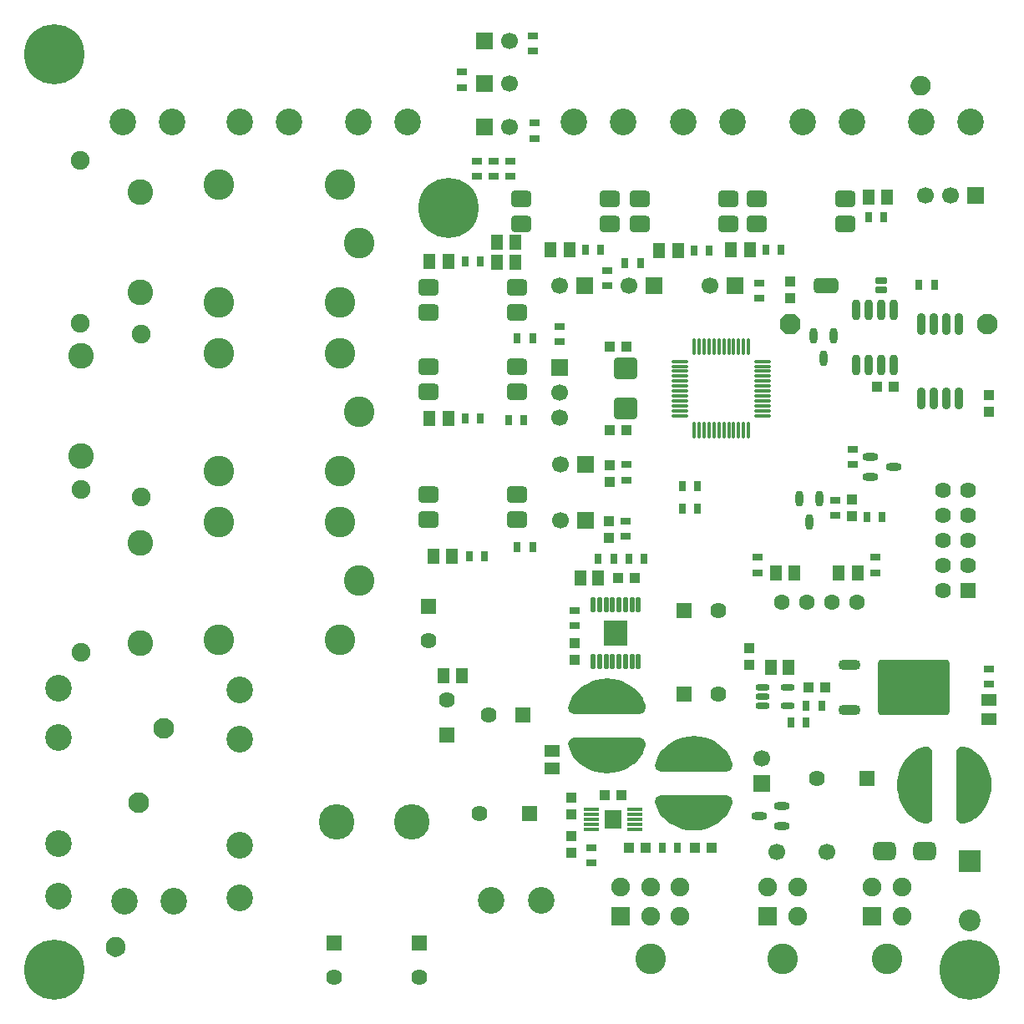
<source format=gts>
G04*
G04 #@! TF.GenerationSoftware,Altium Limited,Altium Designer,19.1.9 (167)*
G04*
G04 Layer_Color=8388736*
%FSLAX24Y24*%
%MOIN*%
G70*
G01*
G75*
%ADD40R,0.0315X0.0394*%
%ADD41R,0.0394X0.0315*%
%ADD42R,0.0394X0.0433*%
%ADD43R,0.0453X0.0591*%
%ADD44O,0.0320X0.0630*%
%ADD45R,0.0433X0.0394*%
G04:AMPARAMS|DCode=46|XSize=94.5mil|YSize=86.6mil|CornerRadius=14.4mil|HoleSize=0mil|Usage=FLASHONLY|Rotation=0.000|XOffset=0mil|YOffset=0mil|HoleType=Round|Shape=RoundedRectangle|*
%AMROUNDEDRECTD46*
21,1,0.0945,0.0579,0,0,0.0*
21,1,0.0657,0.0866,0,0,0.0*
1,1,0.0287,0.0329,-0.0289*
1,1,0.0287,-0.0329,-0.0289*
1,1,0.0287,-0.0329,0.0289*
1,1,0.0287,0.0329,0.0289*
%
%ADD46ROUNDEDRECTD46*%
%ADD47O,0.0669X0.0157*%
%ADD48O,0.0157X0.0669*%
%ADD49R,0.0492X0.0610*%
%ADD50R,0.0945X0.1004*%
%ADD51O,0.0217X0.0630*%
%ADD52O,0.0630X0.0320*%
G04:AMPARAMS|DCode=53|XSize=90.6mil|YSize=72.8mil|CornerRadius=19.2mil|HoleSize=0mil|Usage=FLASHONLY|Rotation=0.000|XOffset=0mil|YOffset=0mil|HoleType=Round|Shape=RoundedRectangle|*
%AMROUNDEDRECTD53*
21,1,0.0906,0.0344,0,0,0.0*
21,1,0.0522,0.0728,0,0,0.0*
1,1,0.0384,0.0261,-0.0172*
1,1,0.0384,-0.0261,-0.0172*
1,1,0.0384,-0.0261,0.0172*
1,1,0.0384,0.0261,0.0172*
%
%ADD53ROUNDEDRECTD53*%
%ADD54R,0.0433X0.0433*%
%ADD55O,0.0335X0.0839*%
G04:AMPARAMS|DCode=56|XSize=98.4mil|YSize=63mil|CornerRadius=16.7mil|HoleSize=0mil|Usage=FLASHONLY|Rotation=180.000|XOffset=0mil|YOffset=0mil|HoleType=Round|Shape=RoundedRectangle|*
%AMROUNDEDRECTD56*
21,1,0.0984,0.0295,0,0,180.0*
21,1,0.0650,0.0630,0,0,180.0*
1,1,0.0335,-0.0325,0.0148*
1,1,0.0335,0.0325,0.0148*
1,1,0.0335,0.0325,-0.0148*
1,1,0.0335,-0.0325,-0.0148*
%
%ADD56ROUNDEDRECTD56*%
G04:AMPARAMS|DCode=57|XSize=47.2mil|YSize=27.6mil|CornerRadius=7.9mil|HoleSize=0mil|Usage=FLASHONLY|Rotation=180.000|XOffset=0mil|YOffset=0mil|HoleType=Round|Shape=RoundedRectangle|*
%AMROUNDEDRECTD57*
21,1,0.0472,0.0118,0,0,180.0*
21,1,0.0315,0.0276,0,0,180.0*
1,1,0.0157,-0.0157,0.0059*
1,1,0.0157,0.0157,0.0059*
1,1,0.0157,0.0157,-0.0059*
1,1,0.0157,-0.0157,-0.0059*
%
%ADD57ROUNDEDRECTD57*%
%ADD58R,0.0610X0.0492*%
%ADD59O,0.0571X0.0276*%
%ADD60R,0.0591X0.0453*%
%ADD61O,0.0610X0.0157*%
%ADD62R,0.0650X0.0768*%
G04:AMPARAMS|DCode=63|XSize=82.7mil|YSize=66.9mil|CornerRadius=17.7mil|HoleSize=0mil|Usage=FLASHONLY|Rotation=180.000|XOffset=0mil|YOffset=0mil|HoleType=Round|Shape=RoundedRectangle|*
%AMROUNDEDRECTD63*
21,1,0.0827,0.0315,0,0,180.0*
21,1,0.0472,0.0669,0,0,180.0*
1,1,0.0354,-0.0236,0.0157*
1,1,0.0354,0.0236,0.0157*
1,1,0.0354,0.0236,-0.0157*
1,1,0.0354,-0.0236,-0.0157*
%
%ADD63ROUNDEDRECTD63*%
%ADD64O,0.0335X0.0889*%
%ADD65O,0.0886X0.0433*%
G04:AMPARAMS|DCode=66|XSize=283.5mil|YSize=222.4mil|CornerRadius=12.9mil|HoleSize=0mil|Usage=FLASHONLY|Rotation=0.000|XOffset=0mil|YOffset=0mil|HoleType=Round|Shape=RoundedRectangle|*
%AMROUNDEDRECTD66*
21,1,0.2835,0.1967,0,0,0.0*
21,1,0.2577,0.2224,0,0,0.0*
1,1,0.0258,0.1288,-0.0983*
1,1,0.0258,-0.1288,-0.0983*
1,1,0.0258,-0.1288,0.0983*
1,1,0.0258,0.1288,0.0983*
%
%ADD66ROUNDEDRECTD66*%
%ADD67R,0.0433X0.0433*%
%ADD68C,0.0512*%
%ADD69C,0.0827*%
%ADD70C,0.0748*%
%ADD71C,0.1024*%
%ADD72P,0.0895X8X202.5*%
%ADD73C,0.0669*%
%ADD74R,0.0669X0.0669*%
%ADD75R,0.0669X0.0669*%
%ADD76C,0.0639*%
%ADD77R,0.0639X0.0639*%
%ADD78R,0.0639X0.0639*%
%ADD79C,0.0630*%
%ADD80C,0.1417*%
%ADD81R,0.0866X0.0866*%
%ADD82C,0.0866*%
%ADD83R,0.0748X0.0748*%
%ADD84C,0.1220*%
%ADD85C,0.1063*%
%ADD86C,0.2402*%
G36*
X44827Y39242D02*
X44923Y39202D01*
X45005Y39139D01*
X45068Y39057D01*
X45108Y38961D01*
X45122Y38858D01*
X45108Y38755D01*
X45068Y38660D01*
X45005Y38577D01*
X44923Y38514D01*
X44827Y38475D01*
X44724Y38461D01*
X44622Y38475D01*
X44526Y38514D01*
X44444Y38577D01*
X44381Y38660D01*
X44341Y38755D01*
X44327Y38858D01*
X44341Y38961D01*
X44381Y39057D01*
X44444Y39139D01*
X44526Y39202D01*
X44622Y39242D01*
X44724Y39255D01*
X44827Y39242D01*
D02*
G37*
G36*
X32430Y15178D02*
X32433Y15177D01*
X32436Y15177D01*
X32654Y15133D01*
X32657Y15131D01*
X32660Y15131D01*
X32870Y15059D01*
X32872Y15057D01*
X32875Y15056D01*
X33074Y14956D01*
X33076Y14954D01*
X33079Y14953D01*
X33263Y14827D01*
X33265Y14825D01*
X33268Y14824D01*
X33433Y14675D01*
X33434Y14673D01*
X33436Y14673D01*
X33438Y14671D01*
X33439Y14669D01*
X33440Y14668D01*
X33545Y14541D01*
X33546Y14538D01*
X33549Y14536D01*
X33634Y14395D01*
X33634Y14391D01*
X33637Y14388D01*
X33698Y14236D01*
X33698Y14234D01*
X33699Y14232D01*
X33741Y14098D01*
X33740Y14094D01*
X33743Y14090D01*
X33751Y14018D01*
X33749Y14010D01*
X33750Y14001D01*
X33731Y13930D01*
X33726Y13924D01*
X33724Y13916D01*
X33681Y13857D01*
X33674Y13852D01*
X33669Y13846D01*
X33607Y13807D01*
X33599Y13805D01*
X33592Y13801D01*
X33520Y13787D01*
X33515Y13788D01*
X33512Y13786D01*
X30906D01*
X30902Y13788D01*
X30898Y13787D01*
X30823Y13801D01*
X30817Y13806D01*
X30808Y13807D01*
X30745Y13847D01*
X30740Y13854D01*
X30733Y13858D01*
X30688Y13919D01*
X30686Y13927D01*
X30681Y13934D01*
X30662Y14007D01*
X30663Y14015D01*
X30660Y14023D01*
X30669Y14098D01*
X30671Y14102D01*
X30671Y14106D01*
X30711Y14236D01*
X30713Y14237D01*
X30713Y14239D01*
X30773Y14390D01*
X30776Y14392D01*
X30776Y14396D01*
X30859Y14535D01*
X30862Y14537D01*
X30863Y14541D01*
X30967Y14666D01*
X30969Y14667D01*
X30969Y14668D01*
X30974Y14673D01*
X30975Y14674D01*
X30976Y14675D01*
X31142Y14824D01*
X31144Y14825D01*
X31146Y14827D01*
X31330Y14953D01*
X31333Y14954D01*
X31335Y14956D01*
X31534Y15056D01*
X31537Y15057D01*
X31539Y15059D01*
X31750Y15131D01*
X31753Y15131D01*
X31755Y15133D01*
X31974Y15177D01*
X31977Y15177D01*
X31980Y15178D01*
X32202Y15193D01*
X32205Y15192D01*
X32208Y15193D01*
X32430Y15178D01*
D02*
G37*
G36*
X35894Y12881D02*
X35897Y12880D01*
X35900Y12881D01*
X36119Y12836D01*
X36121Y12835D01*
X36124Y12835D01*
X36335Y12762D01*
X36337Y12760D01*
X36340Y12760D01*
X36539Y12660D01*
X36541Y12657D01*
X36544Y12657D01*
X36728Y12531D01*
X36730Y12528D01*
X36732Y12527D01*
X36898Y12378D01*
X36899Y12377D01*
X36900Y12376D01*
X36902Y12374D01*
X36903Y12372D01*
X36905Y12372D01*
X37010Y12245D01*
X37011Y12242D01*
X37014Y12239D01*
X37098Y12098D01*
X37099Y12095D01*
X37101Y12092D01*
X37162Y11939D01*
X37162Y11937D01*
X37164Y11936D01*
X37205Y11802D01*
X37205Y11798D01*
X37207Y11794D01*
X37216Y11721D01*
X37213Y11713D01*
X37214Y11705D01*
X37196Y11634D01*
X37191Y11627D01*
X37189Y11619D01*
X37145Y11560D01*
X37138Y11556D01*
X37133Y11549D01*
X37071Y11510D01*
X37063Y11509D01*
X37056Y11504D01*
X36984Y11491D01*
X36980Y11491D01*
X36976Y11490D01*
X34370D01*
X34366Y11491D01*
X34362Y11491D01*
X34288Y11505D01*
X34281Y11509D01*
X34273Y11511D01*
X34209Y11551D01*
X34204Y11558D01*
X34197Y11562D01*
X34153Y11623D01*
X34151Y11631D01*
X34146Y11637D01*
X34126Y11710D01*
X34127Y11719D01*
X34125Y11726D01*
X34134Y11802D01*
X34136Y11805D01*
X34135Y11809D01*
X34176Y11939D01*
X34177Y11940D01*
X34177Y11942D01*
X34238Y12093D01*
X34240Y12096D01*
X34241Y12099D01*
X34324Y12239D01*
X34327Y12241D01*
X34328Y12244D01*
X34432Y12369D01*
X34433Y12370D01*
X34434Y12372D01*
X34438Y12376D01*
X34440Y12377D01*
X34441Y12378D01*
X34606Y12527D01*
X34609Y12528D01*
X34611Y12531D01*
X34795Y12657D01*
X34798Y12657D01*
X34800Y12660D01*
X34999Y12760D01*
X35002Y12760D01*
X35004Y12762D01*
X35214Y12835D01*
X35218Y12835D01*
X35220Y12836D01*
X35438Y12881D01*
X35441Y12880D01*
X35444Y12881D01*
X35666Y12896D01*
X35669Y12895D01*
X35672Y12896D01*
X35894Y12881D01*
D02*
G37*
G36*
X33508Y12826D02*
X33512Y12827D01*
X33586Y12813D01*
X33593Y12809D01*
X33601Y12807D01*
X33665Y12767D01*
X33670Y12760D01*
X33677Y12756D01*
X33722Y12695D01*
X33723Y12687D01*
X33728Y12680D01*
X33748Y12607D01*
X33747Y12599D01*
X33749Y12591D01*
X33740Y12516D01*
X33738Y12512D01*
X33739Y12508D01*
X33698Y12379D01*
X33697Y12377D01*
X33697Y12375D01*
X33636Y12225D01*
X33634Y12222D01*
X33633Y12219D01*
X33550Y12079D01*
X33547Y12077D01*
X33546Y12073D01*
X33442Y11948D01*
X33441Y11948D01*
X33440Y11946D01*
X33436Y11941D01*
X33434Y11941D01*
X33433Y11939D01*
X33268Y11790D01*
X33265Y11789D01*
X33263Y11787D01*
X33079Y11661D01*
X33076Y11660D01*
X33074Y11658D01*
X32875Y11558D01*
X32872Y11558D01*
X32870Y11556D01*
X32660Y11483D01*
X32657Y11483D01*
X32654Y11481D01*
X32436Y11437D01*
X32433Y11438D01*
X32430Y11436D01*
X32208Y11421D01*
X32205Y11422D01*
X32202Y11421D01*
X31980Y11436D01*
X31977Y11438D01*
X31974Y11437D01*
X31755Y11481D01*
X31753Y11483D01*
X31750Y11483D01*
X31539Y11556D01*
X31537Y11558D01*
X31534Y11558D01*
X31335Y11658D01*
X31333Y11660D01*
X31330Y11661D01*
X31146Y11787D01*
X31144Y11789D01*
X31142Y11790D01*
X30976Y11939D01*
X30975Y11941D01*
X30974Y11941D01*
X30972Y11944D01*
X30971Y11945D01*
X30969Y11946D01*
X30864Y12073D01*
X30863Y12076D01*
X30860Y12078D01*
X30776Y12220D01*
X30775Y12223D01*
X30773Y12226D01*
X30712Y12378D01*
X30712Y12380D01*
X30710Y12382D01*
X30669Y12516D01*
X30669Y12520D01*
X30667Y12524D01*
X30658Y12597D01*
X30661Y12605D01*
X30660Y12613D01*
X30678Y12684D01*
X30683Y12690D01*
X30685Y12698D01*
X30729Y12757D01*
X30736Y12762D01*
X30741Y12768D01*
X30803Y12808D01*
X30811Y12809D01*
X30818Y12814D01*
X30890Y12827D01*
X30894Y12826D01*
X30898Y12828D01*
X33504D01*
X33508Y12826D01*
D02*
G37*
G36*
X46460Y12480D02*
X46464Y12478D01*
X46468Y12479D01*
X46598Y12438D01*
X46599Y12437D01*
X46601Y12437D01*
X46752Y12377D01*
X46754Y12374D01*
X46758Y12374D01*
X46897Y12290D01*
X46900Y12287D01*
X46903Y12286D01*
X47028Y12182D01*
X47029Y12181D01*
X47030Y12180D01*
X47035Y12176D01*
X47036Y12174D01*
X47037Y12174D01*
X47186Y12008D01*
X47187Y12005D01*
X47190Y12003D01*
X47315Y11820D01*
X47316Y11817D01*
X47318Y11815D01*
X47418Y11616D01*
X47419Y11613D01*
X47421Y11610D01*
X47494Y11400D01*
X47493Y11397D01*
X47495Y11394D01*
X47539Y11176D01*
X47539Y11173D01*
X47540Y11170D01*
X47555Y10948D01*
X47554Y10945D01*
X47555Y10942D01*
X47540Y10720D01*
X47539Y10717D01*
X47539Y10714D01*
X47495Y10496D01*
X47493Y10493D01*
X47494Y10490D01*
X47421Y10279D01*
X47419Y10277D01*
X47418Y10274D01*
X47318Y10075D01*
X47316Y10073D01*
X47315Y10070D01*
X47190Y9886D01*
X47187Y9885D01*
X47186Y9882D01*
X47037Y9716D01*
X47036Y9715D01*
X47035Y9714D01*
X47033Y9712D01*
X47031Y9711D01*
X47030Y9710D01*
X46904Y9604D01*
X46900Y9603D01*
X46898Y9600D01*
X46757Y9516D01*
X46753Y9516D01*
X46751Y9513D01*
X46598Y9452D01*
X46596Y9452D01*
X46595Y9451D01*
X46461Y9409D01*
X46456Y9409D01*
X46453Y9407D01*
X46380Y9399D01*
X46372Y9401D01*
X46364Y9400D01*
X46293Y9418D01*
X46286Y9423D01*
X46278Y9425D01*
X46219Y9469D01*
X46215Y9476D01*
X46208Y9481D01*
X46169Y9543D01*
X46167Y9551D01*
X46163Y9558D01*
X46149Y9630D01*
X46150Y9634D01*
X46148Y9638D01*
Y12244D01*
X46150Y12248D01*
X46149Y12252D01*
X46163Y12326D01*
X46168Y12333D01*
X46169Y12341D01*
X46210Y12405D01*
X46216Y12410D01*
X46220Y12417D01*
X46281Y12462D01*
X46289Y12464D01*
X46296Y12469D01*
X46369Y12488D01*
X46377Y12487D01*
X46385Y12489D01*
X46460Y12480D01*
D02*
G37*
G36*
X44967Y12489D02*
X44975Y12490D01*
X45046Y12471D01*
X45052Y12466D01*
X45060Y12464D01*
X45120Y12421D01*
X45124Y12414D01*
X45131Y12409D01*
X45170Y12347D01*
X45171Y12339D01*
X45176Y12332D01*
X45189Y12260D01*
X45189Y12256D01*
X45190Y12252D01*
Y9646D01*
X45189Y9642D01*
X45189Y9638D01*
X45175Y9564D01*
X45171Y9557D01*
X45169Y9549D01*
X45129Y9485D01*
X45122Y9480D01*
X45118Y9473D01*
X45057Y9428D01*
X45049Y9426D01*
X45043Y9421D01*
X44970Y9402D01*
X44961Y9403D01*
X44953Y9401D01*
X44878Y9409D01*
X44875Y9411D01*
X44870Y9411D01*
X44741Y9452D01*
X44739Y9453D01*
X44738Y9453D01*
X44587Y9513D01*
X44584Y9516D01*
X44581Y9516D01*
X44441Y9599D01*
X44439Y9602D01*
X44436Y9603D01*
X44311Y9707D01*
X44310Y9709D01*
X44308Y9710D01*
X44303Y9714D01*
X44303Y9715D01*
X44301Y9716D01*
X44152Y9882D01*
X44151Y9885D01*
X44149Y9886D01*
X44023Y10070D01*
X44023Y10073D01*
X44020Y10075D01*
X43920Y10274D01*
X43920Y10277D01*
X43918Y10280D01*
X43845Y10490D01*
X43845Y10493D01*
X43843Y10496D01*
X43799Y10714D01*
X43800Y10717D01*
X43798Y10720D01*
X43784Y10942D01*
X43785Y10945D01*
X43784Y10948D01*
X43798Y11170D01*
X43800Y11173D01*
X43799Y11176D01*
X43843Y11394D01*
X43845Y11397D01*
X43845Y11400D01*
X43918Y11610D01*
X43920Y11613D01*
X43920Y11616D01*
X44020Y11815D01*
X44023Y11817D01*
X44023Y11820D01*
X44149Y12004D01*
X44151Y12005D01*
X44152Y12008D01*
X44301Y12174D01*
X44303Y12174D01*
X44303Y12176D01*
X44306Y12178D01*
X44308Y12179D01*
X44308Y12180D01*
X44435Y12285D01*
X44438Y12287D01*
X44440Y12289D01*
X44582Y12374D01*
X44585Y12374D01*
X44588Y12377D01*
X44741Y12438D01*
X44743Y12438D01*
X44744Y12439D01*
X44878Y12481D01*
X44882Y12481D01*
X44886Y12483D01*
X44959Y12491D01*
X44967Y12489D01*
D02*
G37*
G36*
X36972Y10530D02*
X36976Y10531D01*
X37051Y10517D01*
X37057Y10512D01*
X37066Y10511D01*
X37130Y10470D01*
X37134Y10464D01*
X37141Y10459D01*
X37186Y10398D01*
X37188Y10390D01*
X37193Y10384D01*
X37212Y10311D01*
X37211Y10303D01*
X37214Y10295D01*
X37205Y10220D01*
X37203Y10216D01*
X37203Y10212D01*
X37163Y10082D01*
X37161Y10081D01*
X37161Y10079D01*
X37101Y9928D01*
X37098Y9926D01*
X37098Y9922D01*
X37015Y9782D01*
X37012Y9780D01*
X37011Y9777D01*
X36907Y9652D01*
X36905Y9651D01*
X36905Y9649D01*
X36900Y9645D01*
X36899Y9644D01*
X36898Y9643D01*
X36732Y9494D01*
X36730Y9493D01*
X36728Y9490D01*
X36544Y9365D01*
X36541Y9364D01*
X36539Y9362D01*
X36340Y9261D01*
X36337Y9261D01*
X36335Y9259D01*
X36124Y9186D01*
X36121Y9187D01*
X36119Y9185D01*
X35900Y9141D01*
X35897Y9141D01*
X35894Y9140D01*
X35672Y9125D01*
X35669Y9126D01*
X35666Y9125D01*
X35444Y9140D01*
X35441Y9141D01*
X35438Y9141D01*
X35220Y9185D01*
X35217Y9187D01*
X35214Y9186D01*
X35004Y9259D01*
X35002Y9261D01*
X34999Y9261D01*
X34800Y9362D01*
X34798Y9364D01*
X34795Y9365D01*
X34611Y9490D01*
X34609Y9493D01*
X34606Y9494D01*
X34441Y9643D01*
X34440Y9644D01*
X34438Y9645D01*
X34436Y9647D01*
X34436Y9649D01*
X34434Y9650D01*
X34329Y9776D01*
X34328Y9780D01*
X34325Y9782D01*
X34240Y9923D01*
X34240Y9927D01*
X34237Y9929D01*
X34176Y10082D01*
X34176Y10084D01*
X34175Y10085D01*
X34133Y10219D01*
X34134Y10224D01*
X34131Y10227D01*
X34123Y10300D01*
X34125Y10308D01*
X34124Y10316D01*
X34143Y10387D01*
X34148Y10394D01*
X34150Y10402D01*
X34193Y10461D01*
X34200Y10465D01*
X34205Y10472D01*
X34267Y10511D01*
X34275Y10513D01*
X34282Y10517D01*
X34354Y10531D01*
X34359Y10530D01*
X34362Y10531D01*
X36968D01*
X36972Y10530D01*
D02*
G37*
G36*
X12701Y4872D02*
X12797Y4832D01*
X12879Y4769D01*
X12942Y4687D01*
X12982Y4591D01*
X12996Y4488D01*
X12982Y4385D01*
X12942Y4290D01*
X12879Y4207D01*
X12797Y4144D01*
X12701Y4105D01*
X12598Y4091D01*
X12496Y4105D01*
X12400Y4144D01*
X12318Y4207D01*
X12255Y4290D01*
X12215Y4385D01*
X12201Y4488D01*
X12215Y4591D01*
X12255Y4687D01*
X12318Y4769D01*
X12400Y4832D01*
X12496Y4872D01*
X12598Y4885D01*
X12701Y4872D01*
D02*
G37*
D40*
X45266Y30906D02*
D03*
X44656D02*
D03*
X33533Y31772D02*
D03*
X32923D02*
D03*
X35817Y22874D02*
D03*
X35207D02*
D03*
X35817Y21969D02*
D03*
X35207D02*
D03*
X43258Y33622D02*
D03*
X42648D02*
D03*
X43179Y21654D02*
D03*
X42569D02*
D03*
X33071Y19961D02*
D03*
X33681D02*
D03*
X31860D02*
D03*
X32470D02*
D03*
X34420Y8425D02*
D03*
X35030D02*
D03*
X40767Y14094D02*
D03*
X40157D02*
D03*
X40147Y13425D02*
D03*
X39537D02*
D03*
X29242Y28780D02*
D03*
X28632D02*
D03*
X28888Y25512D02*
D03*
X28278D02*
D03*
X28632Y20433D02*
D03*
X29242D02*
D03*
X39163Y32323D02*
D03*
X38553D02*
D03*
X31958D02*
D03*
X31348D02*
D03*
X36289Y32283D02*
D03*
X35679D02*
D03*
X27313Y20079D02*
D03*
X26703D02*
D03*
X27155Y25591D02*
D03*
X26545D02*
D03*
X27155Y31850D02*
D03*
X26545D02*
D03*
D41*
X30315Y28632D02*
D03*
Y29242D02*
D03*
X38268Y30364D02*
D03*
Y30974D02*
D03*
X32205Y31486D02*
D03*
Y30876D02*
D03*
X32992Y23730D02*
D03*
Y23120D02*
D03*
X41299Y21703D02*
D03*
Y22313D02*
D03*
X32953Y21486D02*
D03*
Y20876D02*
D03*
X42913Y20029D02*
D03*
Y19419D02*
D03*
X38228Y20029D02*
D03*
Y19419D02*
D03*
X30906Y17903D02*
D03*
Y17293D02*
D03*
X42010Y23738D02*
D03*
Y24348D02*
D03*
X47441Y15580D02*
D03*
Y14970D02*
D03*
X31575Y8454D02*
D03*
Y7844D02*
D03*
X28346Y35246D02*
D03*
Y35856D02*
D03*
X29331Y36752D02*
D03*
Y37362D02*
D03*
X27008Y35246D02*
D03*
Y35856D02*
D03*
X27677Y35246D02*
D03*
Y35856D02*
D03*
X26417Y39399D02*
D03*
Y38789D02*
D03*
X29252Y40246D02*
D03*
Y40856D02*
D03*
D42*
X32323Y23051D02*
D03*
Y23720D02*
D03*
X41968Y22343D02*
D03*
Y21673D02*
D03*
X32283Y20807D02*
D03*
Y21476D02*
D03*
X37874Y15728D02*
D03*
Y16398D02*
D03*
X30906Y15925D02*
D03*
Y16594D02*
D03*
X39528Y31043D02*
D03*
Y30374D02*
D03*
X30787Y8917D02*
D03*
Y8248D02*
D03*
Y9783D02*
D03*
Y10453D02*
D03*
X47441Y25827D02*
D03*
Y26496D02*
D03*
D43*
X26417Y15315D02*
D03*
X25669D02*
D03*
X43386Y34409D02*
D03*
X42638D02*
D03*
X41457Y19409D02*
D03*
X42205D02*
D03*
X39685Y19410D02*
D03*
X38937D02*
D03*
X25866Y25591D02*
D03*
X25118D02*
D03*
X28563Y32598D02*
D03*
X27815D02*
D03*
X28563Y31811D02*
D03*
X27815D02*
D03*
X37165Y32323D02*
D03*
X37913D02*
D03*
X29961D02*
D03*
X30709D02*
D03*
X34291Y32283D02*
D03*
X35039D02*
D03*
X25276Y20079D02*
D03*
X26024D02*
D03*
X25118Y31850D02*
D03*
X25866D02*
D03*
D44*
X39876Y22367D02*
D03*
X40676D02*
D03*
X40276Y21457D02*
D03*
X40840Y27973D02*
D03*
X40440Y28883D02*
D03*
X41240D02*
D03*
D45*
X32303Y25118D02*
D03*
X32972D02*
D03*
X32303Y28425D02*
D03*
X32972D02*
D03*
X32106Y10551D02*
D03*
X32776D02*
D03*
X42972Y26850D02*
D03*
X43642D02*
D03*
X33327Y19213D02*
D03*
X32657D02*
D03*
X33740Y8425D02*
D03*
X33071D02*
D03*
X35728D02*
D03*
X36398D02*
D03*
X40256Y14843D02*
D03*
X40925D02*
D03*
D46*
X32953Y27559D02*
D03*
Y25984D02*
D03*
D47*
X35118Y26673D02*
D03*
Y26870D02*
D03*
Y27067D02*
D03*
Y27264D02*
D03*
Y27461D02*
D03*
Y27657D02*
D03*
Y27854D02*
D03*
Y25689D02*
D03*
Y25886D02*
D03*
Y26083D02*
D03*
Y26280D02*
D03*
Y26476D02*
D03*
X38425Y26870D02*
D03*
Y26673D02*
D03*
Y27854D02*
D03*
Y27657D02*
D03*
Y27461D02*
D03*
Y27264D02*
D03*
Y27067D02*
D03*
Y26476D02*
D03*
Y26280D02*
D03*
Y26083D02*
D03*
Y25886D02*
D03*
Y25689D02*
D03*
D48*
X37657Y28425D02*
D03*
X37854D02*
D03*
Y25118D02*
D03*
X37657D02*
D03*
X35689Y28425D02*
D03*
X35886D02*
D03*
X36083D02*
D03*
X36280D02*
D03*
X36476D02*
D03*
X36673D02*
D03*
X36870D02*
D03*
X37067D02*
D03*
X37264D02*
D03*
X37461D02*
D03*
Y25118D02*
D03*
X37264D02*
D03*
X37067D02*
D03*
X36870D02*
D03*
X36673D02*
D03*
X36476D02*
D03*
X36280D02*
D03*
X36083D02*
D03*
X35886D02*
D03*
X35689D02*
D03*
D49*
X31142Y19213D02*
D03*
X31850D02*
D03*
X38740Y15630D02*
D03*
X39449D02*
D03*
D50*
X32559Y17008D02*
D03*
D51*
X31663Y18150D02*
D03*
X31919D02*
D03*
X32175D02*
D03*
X32431D02*
D03*
X32687D02*
D03*
X32943D02*
D03*
X33199D02*
D03*
X33455D02*
D03*
Y15866D02*
D03*
X33199D02*
D03*
X32943D02*
D03*
X32687D02*
D03*
X32431D02*
D03*
X32175D02*
D03*
X31919D02*
D03*
X31663D02*
D03*
D52*
X39198Y9311D02*
D03*
Y10111D02*
D03*
X38288Y9711D02*
D03*
X43641Y23635D02*
D03*
X42731Y23235D02*
D03*
Y24035D02*
D03*
D53*
X44882Y8307D02*
D03*
X43268D02*
D03*
D54*
X32205Y14357D02*
D03*
Y12257D02*
D03*
X35669Y12061D02*
D03*
Y9961D02*
D03*
D55*
X43650Y29921D02*
D03*
X43150D02*
D03*
Y27721D02*
D03*
X43650D02*
D03*
X42150Y29921D02*
D03*
Y27721D02*
D03*
X42650Y29921D02*
D03*
Y27721D02*
D03*
D56*
X40965Y30886D02*
D03*
D57*
X43150Y30709D02*
D03*
Y31063D02*
D03*
D58*
X30000Y11614D02*
D03*
Y12323D02*
D03*
D59*
X38425Y14094D02*
D03*
X39409D02*
D03*
X38425Y14843D02*
D03*
X39409D02*
D03*
X38425Y14468D02*
D03*
D60*
X47441Y13583D02*
D03*
Y14331D02*
D03*
D61*
X31575Y9961D02*
D03*
Y9764D02*
D03*
Y9567D02*
D03*
Y9370D02*
D03*
Y9173D02*
D03*
X33307D02*
D03*
Y9370D02*
D03*
Y9567D02*
D03*
Y9764D02*
D03*
Y9961D02*
D03*
D62*
X32441Y9567D02*
D03*
D63*
X28622Y22547D02*
D03*
Y21547D02*
D03*
X25079Y22547D02*
D03*
Y21547D02*
D03*
X28622Y27626D02*
D03*
Y26626D02*
D03*
X25079Y27626D02*
D03*
Y26626D02*
D03*
X28622Y30815D02*
D03*
Y29815D02*
D03*
X25079Y30815D02*
D03*
Y29815D02*
D03*
X41732Y34358D02*
D03*
Y33358D02*
D03*
X38189Y34358D02*
D03*
Y33358D02*
D03*
X32323Y34358D02*
D03*
Y33358D02*
D03*
X28780Y34358D02*
D03*
Y33358D02*
D03*
X37047Y34358D02*
D03*
Y33358D02*
D03*
X33504Y34358D02*
D03*
Y33358D02*
D03*
D64*
X45260Y26381D02*
D03*
Y29331D02*
D03*
X46260Y26381D02*
D03*
X45760D02*
D03*
X44760D02*
D03*
X46260Y29331D02*
D03*
X45760D02*
D03*
X44760D02*
D03*
D65*
X41890Y13945D02*
D03*
Y15740D02*
D03*
D66*
X44449Y14843D02*
D03*
D67*
X44619Y10945D02*
D03*
X46719D02*
D03*
D68*
X12598Y4488D02*
D03*
X44724Y38858D02*
D03*
D69*
X13524Y10256D02*
D03*
X14508Y13209D02*
D03*
X47392Y29350D02*
D03*
D70*
X13622Y28937D02*
D03*
Y22437D02*
D03*
X11181Y29366D02*
D03*
Y35866D02*
D03*
X33937Y5709D02*
D03*
X32756Y6890D02*
D03*
X33937D02*
D03*
X35118Y5709D02*
D03*
Y6890D02*
D03*
X11220Y16256D02*
D03*
Y22756D02*
D03*
X42795Y6890D02*
D03*
X43976D02*
D03*
Y5709D02*
D03*
X38622Y6890D02*
D03*
X39803D02*
D03*
Y5709D02*
D03*
D71*
X13583Y34598D02*
D03*
Y30598D02*
D03*
Y16622D02*
D03*
Y20622D02*
D03*
X11220Y24063D02*
D03*
Y28063D02*
D03*
D72*
X39518Y29350D02*
D03*
D73*
X36299Y30866D02*
D03*
X33094D02*
D03*
X30299D02*
D03*
X30315Y26614D02*
D03*
Y25614D02*
D03*
X30339Y21496D02*
D03*
Y23730D02*
D03*
X38376Y12024D02*
D03*
X45906Y34488D02*
D03*
X44906D02*
D03*
X28323Y37205D02*
D03*
Y38947D02*
D03*
Y40640D02*
D03*
X38984Y8268D02*
D03*
X40984D02*
D03*
D74*
X37299Y30866D02*
D03*
X34094D02*
D03*
X31299D02*
D03*
X31339Y21496D02*
D03*
Y23730D02*
D03*
X46906Y34488D02*
D03*
X27323Y37205D02*
D03*
Y38947D02*
D03*
Y40640D02*
D03*
D75*
X30315Y27614D02*
D03*
X38376Y11024D02*
D03*
D76*
X36654Y17913D02*
D03*
X46614Y19701D02*
D03*
Y22701D02*
D03*
Y21701D02*
D03*
X45614Y19701D02*
D03*
Y18701D02*
D03*
Y22701D02*
D03*
Y21701D02*
D03*
X46614Y20701D02*
D03*
X45614D02*
D03*
X36654Y14567D02*
D03*
X27480Y13740D02*
D03*
X27126Y9803D02*
D03*
X24724Y3268D02*
D03*
X21299D02*
D03*
X25079Y16693D02*
D03*
X25827Y14331D02*
D03*
X40591Y11220D02*
D03*
D77*
X35276Y17913D02*
D03*
Y14567D02*
D03*
X28858Y13740D02*
D03*
X29126Y9803D02*
D03*
X42591Y11220D02*
D03*
D78*
X46614Y18701D02*
D03*
X24724Y4646D02*
D03*
X21299D02*
D03*
X25079Y18071D02*
D03*
X25827Y12953D02*
D03*
D79*
X40197Y18228D02*
D03*
X39197D02*
D03*
X41197D02*
D03*
X42197D02*
D03*
D80*
X21417Y9488D02*
D03*
X24409D02*
D03*
D81*
X46693Y7913D02*
D03*
D82*
Y5551D02*
D03*
D83*
X32756Y5709D02*
D03*
X42795D02*
D03*
X38622D02*
D03*
D84*
X33937Y4016D02*
D03*
X16732Y21457D02*
D03*
Y16732D02*
D03*
X21535Y21457D02*
D03*
Y16732D02*
D03*
X22323Y19094D02*
D03*
X43386Y4008D02*
D03*
X39213D02*
D03*
X22323Y32559D02*
D03*
X21535Y30197D02*
D03*
Y34921D02*
D03*
X16732Y30197D02*
D03*
Y34921D02*
D03*
Y28189D02*
D03*
Y23465D02*
D03*
X21535Y28189D02*
D03*
Y23465D02*
D03*
X22323Y25827D02*
D03*
D85*
X10315Y12835D02*
D03*
Y14803D02*
D03*
Y6516D02*
D03*
Y8612D02*
D03*
X27598Y6339D02*
D03*
X29567D02*
D03*
X12953Y6299D02*
D03*
X14921D02*
D03*
X41968Y37402D02*
D03*
X40000D02*
D03*
X46732D02*
D03*
X44764D02*
D03*
X32835D02*
D03*
X30866D02*
D03*
X37205D02*
D03*
X35236D02*
D03*
X24252D02*
D03*
X22283D02*
D03*
X14843D02*
D03*
X12874D02*
D03*
X19528D02*
D03*
X17559D02*
D03*
Y12766D02*
D03*
Y14734D02*
D03*
Y6447D02*
D03*
Y8543D02*
D03*
D86*
X10157Y3583D02*
D03*
X46693D02*
D03*
X25866Y33976D02*
D03*
X10157Y40118D02*
D03*
M02*

</source>
